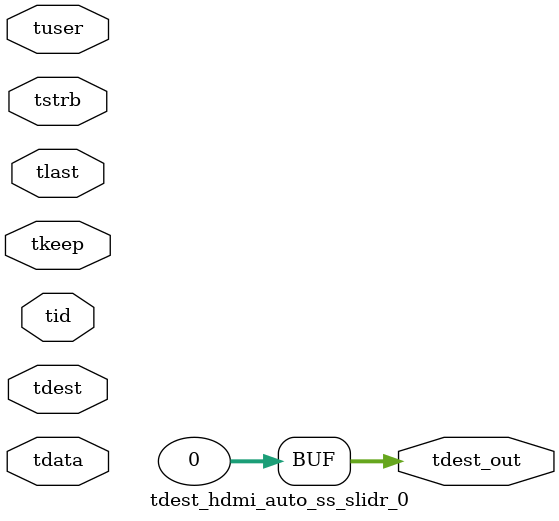
<source format=v>


`timescale 1ps/1ps

module tdest_hdmi_auto_ss_slidr_0 #
(
parameter C_S_AXIS_TDATA_WIDTH = 32,
parameter C_S_AXIS_TUSER_WIDTH = 0,
parameter C_S_AXIS_TID_WIDTH   = 0,
parameter C_S_AXIS_TDEST_WIDTH = 0,
parameter C_M_AXIS_TDEST_WIDTH = 32
)
(
input  [(C_S_AXIS_TDATA_WIDTH == 0 ? 1 : C_S_AXIS_TDATA_WIDTH)-1:0     ] tdata,
input  [(C_S_AXIS_TUSER_WIDTH == 0 ? 1 : C_S_AXIS_TUSER_WIDTH)-1:0     ] tuser,
input  [(C_S_AXIS_TID_WIDTH   == 0 ? 1 : C_S_AXIS_TID_WIDTH)-1:0       ] tid,
input  [(C_S_AXIS_TDEST_WIDTH == 0 ? 1 : C_S_AXIS_TDEST_WIDTH)-1:0     ] tdest,
input  [(C_S_AXIS_TDATA_WIDTH/8)-1:0 ] tkeep,
input  [(C_S_AXIS_TDATA_WIDTH/8)-1:0 ] tstrb,
input                                                                    tlast,
output [C_M_AXIS_TDEST_WIDTH-1:0] tdest_out
);

assign tdest_out = {1'b0};

endmodule


</source>
